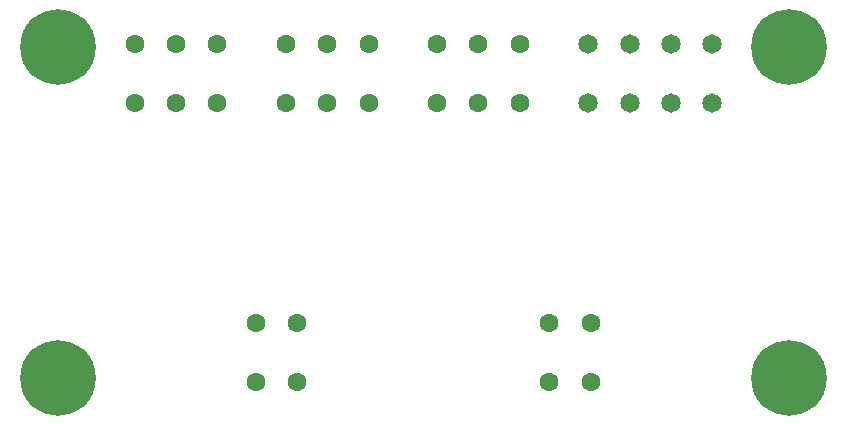
<source format=gbs>
%TF.GenerationSoftware,KiCad,Pcbnew,8.0.2*%
%TF.CreationDate,2024-07-24T20:27:57+03:00*%
%TF.ProjectId,DRV8234 DC Motor Driver Expander,44525638-3233-4342-9044-43204d6f746f,rev?*%
%TF.SameCoordinates,PX5f5e100PY5f5e100*%
%TF.FileFunction,Soldermask,Bot*%
%TF.FilePolarity,Negative*%
%FSLAX46Y46*%
G04 Gerber Fmt 4.6, Leading zero omitted, Abs format (unit mm)*
G04 Created by KiCad (PCBNEW 8.0.2) date 2024-07-24 20:27:57*
%MOMM*%
%LPD*%
G01*
G04 APERTURE LIST*
%ADD10C,1.600200*%
%ADD11C,1.650000*%
%ADD12C,0.800000*%
%ADD13C,6.400000*%
G04 APERTURE END LIST*
D10*
%TO.C,J5*%
X45099997Y8200000D03*
X45099997Y3200000D03*
X48600000Y8200000D03*
X48600000Y3200000D03*
%TD*%
%TO.C,J1*%
X20249998Y8200000D03*
X20249998Y3200000D03*
X23750001Y8200000D03*
X23750001Y3200000D03*
%TD*%
D11*
%TO.C,J4*%
X58900000Y26800000D03*
X58900000Y31800000D03*
X55400000Y26800000D03*
X55400000Y31800000D03*
X51900000Y26800000D03*
X51900000Y31800000D03*
X48400000Y26800000D03*
X48400000Y31800000D03*
%TD*%
D10*
%TO.C,J3*%
X42586001Y26808900D03*
X42586001Y31808900D03*
X39086001Y26808900D03*
X39086001Y31808900D03*
X35586000Y26808900D03*
X35586000Y31808900D03*
%TD*%
%TO.C,J2*%
X29800000Y26807799D03*
X29800000Y31807799D03*
X26300000Y26807799D03*
X26300000Y31807799D03*
X22799999Y26807799D03*
X22799999Y31807799D03*
%TD*%
%TO.C,J6*%
X17000000Y26800000D03*
X17000000Y31800000D03*
X13500000Y26800000D03*
X13500000Y31800000D03*
X9999999Y26800000D03*
X9999999Y31800000D03*
%TD*%
D12*
%TO.C,H2*%
X63000000Y31500000D03*
X63702944Y33197056D03*
X63702944Y29802944D03*
X65400000Y33900000D03*
D13*
X65400000Y31500000D03*
D12*
X65400000Y29100000D03*
X67097056Y33197056D03*
X67097056Y29802944D03*
X67800000Y31500000D03*
%TD*%
%TO.C,H3*%
X1100000Y3500000D03*
X1802944Y5197056D03*
X1802944Y1802944D03*
X3500000Y5900000D03*
D13*
X3500000Y3500000D03*
D12*
X3500000Y1100000D03*
X5197056Y5197056D03*
X5197056Y1802944D03*
X5900000Y3500000D03*
%TD*%
%TO.C,H1*%
X5900000Y31500000D03*
X5197056Y29802944D03*
X5197056Y33197056D03*
X3500000Y29100000D03*
D13*
X3500000Y31500000D03*
D12*
X3500000Y33900000D03*
X1802944Y29802944D03*
X1802944Y33197056D03*
X1100000Y31500000D03*
%TD*%
%TO.C,H4*%
X67800000Y3500000D03*
X67097056Y1802944D03*
X67097056Y5197056D03*
X65400000Y1100000D03*
D13*
X65400000Y3500000D03*
D12*
X65400000Y5900000D03*
X63702944Y1802944D03*
X63702944Y5197056D03*
X63000000Y3500000D03*
%TD*%
M02*

</source>
